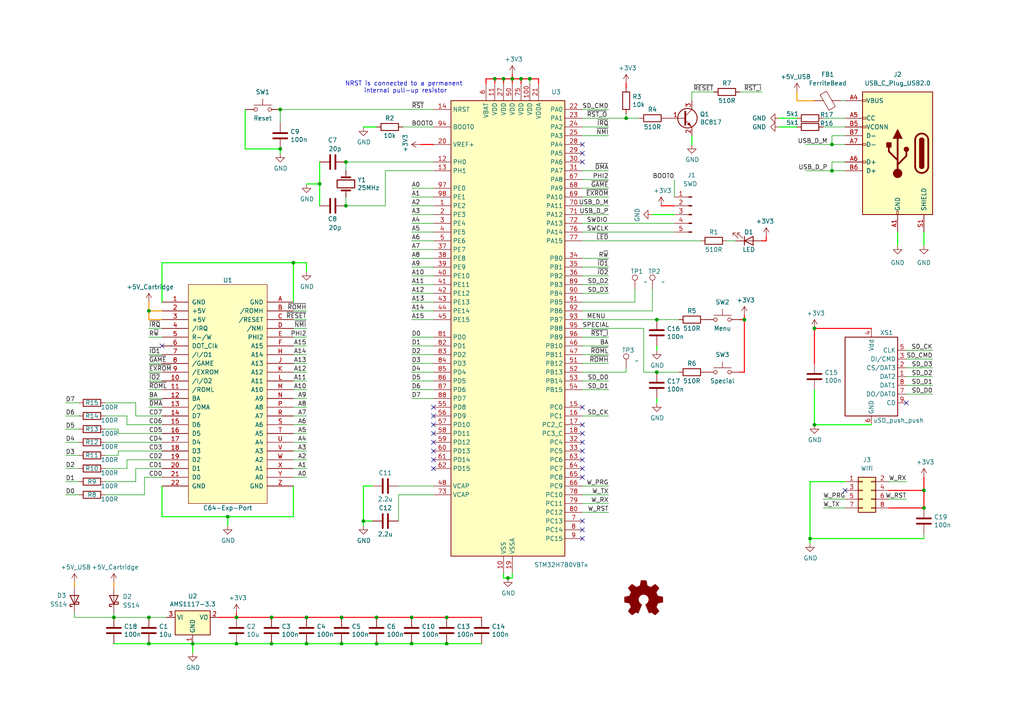
<source format=kicad_sch>
(kicad_sch (version 20231120) (generator "eeschema") (generator_version "8.0")
  (paper "A4")
  (title_block (title "Kung Fu Flash 2") (date "2023-12-26") (rev "1.1") (company "open hardware"))
  (junction (at 43.18 179.07))
  (junction (at 151.13 22.86))
  (junction (at 267.97 142.24))
  (junction (at 181.61 34.29))
  (junction (at 236.22 95.25))
  (junction (at 100.33 46.99))
  (junction (at 234.95 156.21))
  (junction (at 105.41 151.13))
  (junction (at 55.88 186.69))
  (junction (at 78.74 179.07))
  (junction (at 143.51 22.86))
  (junction (at 81.28 31.75))
  (junction (at 88.9 179.07))
  (junction (at 119.38 186.69))
  (junction (at 43.18 186.69))
  (junction (at 129.54 186.69))
  (junction (at 241.3 41.91))
  (junction (at 100.33 59.69))
  (junction (at 68.58 186.69))
  (junction (at 267.97 147.32))
  (junction (at 236.22 123.19))
  (junction (at 81.28 43.18))
  (junction (at 241.3 49.53))
  (junction (at 190.5 107.95))
  (junction (at 99.06 179.07))
  (junction (at 78.74 186.69))
  (junction (at 68.58 179.07))
  (junction (at 129.54 179.07))
  (junction (at 215.9 92.71))
  (junction (at 119.38 179.07))
  (junction (at 147.32 167.64))
  (junction (at 43.18 90.17))
  (junction (at 92.71 53.34))
  (junction (at 88.9 186.69))
  (junction (at 190.5 92.71))
  (junction (at 148.59 22.86))
  (junction (at 109.22 186.69))
  (junction (at 153.67 22.86))
  (junction (at 99.06 186.69))
  (junction (at 66.04 149.86))
  (junction (at 85.09 76.2))
  (junction (at 146.05 22.86))
  (junction (at 33.02 179.07))
  (junction (at 109.22 179.07))
  (no_connect (at 168.91 128.27))
  (no_connect (at 46.99 100.33))
  (no_connect (at 168.91 138.43))
  (no_connect (at 168.91 46.99))
  (no_connect (at 168.91 133.35))
  (no_connect (at 168.91 44.45))
  (no_connect (at 168.91 118.11))
  (no_connect (at 168.91 153.67))
  (no_connect (at 125.73 130.81))
  (no_connect (at 168.91 135.89))
  (no_connect (at 262.89 116.84))
  (no_connect (at 168.91 156.21))
  (no_connect (at 125.73 133.35))
  (no_connect (at 125.73 123.19))
  (no_connect (at 125.73 135.89))
  (no_connect (at 125.73 125.73))
  (no_connect (at 168.91 125.73))
  (no_connect (at 168.91 151.13))
  (no_connect (at 168.91 123.19))
  (no_connect (at 168.91 41.91))
  (no_connect (at 125.73 128.27))
  (no_connect (at 125.73 118.11))
  (no_connect (at 245.11 142.24))
  (no_connect (at 168.91 130.81))
  (no_connect (at 125.73 120.65))
  (wire (pts (xy 148.59 21.59) (xy 148.59 22.86)) (stroke (width 0.3) (color 255 0 0 1)))
  (wire (pts (xy 181.61 106.68) (xy 181.61 107.95)))
  (wire (pts (xy 119.38 62.23) (xy 125.73 62.23)))
  (wire (pts (xy 43.18 102.87) (xy 46.99 102.87)))
  (wire (pts (xy 88.9 110.49) (xy 85.09 110.49)))
  (wire (pts (xy 19.05 116.84) (xy 22.86 116.84)))
  (wire (pts (xy 215.9 92.71) (xy 215.9 107.95)) (stroke (width 0.3) (color 255 0 0 1)))
  (wire (pts (xy 36.83 123.19) (xy 46.99 123.19)))
  (wire (pts (xy 168.91 146.05) (xy 176.53 146.05)))
  (wire (pts (xy 168.91 97.79) (xy 176.53 97.79)))
  (wire (pts (xy 238.76 147.32) (xy 245.11 147.32)))
  (wire (pts (xy 236.22 113.03) (xy 236.22 123.19)) (stroke (width 0.3) (color 0 255 0 1)))
  (wire (pts (xy 100.33 59.69) (xy 100.33 57.15)))
  (wire (pts (xy 119.38 107.95) (xy 125.73 107.95)))
  (wire (pts (xy 33.02 177.8) (xy 33.02 179.07)))
  (wire (pts (xy 66.04 149.86) (xy 85.09 149.86)) (stroke (width 0.3) (color 0 255 0 1)))
  (wire (pts (xy 41.91 138.43) (xy 46.99 138.43)))
  (wire (pts (xy 92.71 46.99) (xy 92.71 53.34)) (stroke (width 0.3) (color 0 255 0 1)))
  (wire (pts (xy 78.74 186.69) (xy 88.9 186.69)) (stroke (width 0.3) (color 0 255 0 1)))
  (wire (pts (xy 39.37 139.7) (xy 30.48 139.7)))
  (wire (pts (xy 81.28 31.75) (xy 125.73 31.75)))
  (wire (pts (xy 46.99 140.97) (xy 46.99 149.86)) (stroke (width 0.3) (color 0 255 0 1)))
  (wire (pts (xy 88.9 95.25) (xy 85.09 95.25)))
  (wire (pts (xy 43.18 107.95) (xy 46.99 107.95)))
  (wire (pts (xy 30.48 124.46) (xy 34.29 124.46)))
  (wire (pts (xy 190.5 101.6) (xy 190.5 100.33)) (stroke (width 0.3) (color 0 255 0 1)))
  (wire (pts (xy 88.9 97.79) (xy 85.09 97.79)))
  (wire (pts (xy 241.3 46.99) (xy 241.3 49.53)))
  (wire (pts (xy 46.99 87.63) (xy 46.99 76.2)) (stroke (width 0.3) (color 0 255 0 1)))
  (wire (pts (xy 168.91 36.83) (xy 176.53 36.83)))
  (wire (pts (xy 186.69 107.95) (xy 190.5 107.95)))
  (wire (pts (xy 39.37 135.89) (xy 39.37 139.7)))
  (wire (pts (xy 245.11 36.83) (xy 238.76 36.83)))
  (wire (pts (xy 43.18 110.49) (xy 46.99 110.49)))
  (wire (pts (xy 34.29 132.08) (xy 34.29 130.81)))
  (wire (pts (xy 140.97 22.86) (xy 143.51 22.86)) (stroke (width 0.3) (color 255 0 0 1)))
  (wire (pts (xy 153.67 22.86) (xy 156.21 22.86)) (stroke (width 0.3) (color 255 0 0 1)))
  (wire (pts (xy 151.13 22.86) (xy 151.13 24.13)) (stroke (width 0.3) (color 255 0 0 1)))
  (wire (pts (xy 88.9 76.2) (xy 85.09 76.2)) (stroke (width 0.3) (color 0 255 0 1)))
  (wire (pts (xy 33.02 168.91) (xy 33.02 170.18)) (stroke (width 0.3) (color 255 153 0 1)))
  (wire (pts (xy 252.73 95.25) (xy 236.22 95.25)) (stroke (width 0.3) (color 255 0 0 1)))
  (wire (pts (xy 115.57 140.97) (xy 125.73 140.97)))
  (wire (pts (xy 119.38 54.61) (xy 125.73 54.61)))
  (wire (pts (xy 168.91 120.65) (xy 176.53 120.65)))
  (wire (pts (xy 21.59 179.07) (xy 21.59 177.8)))
  (wire (pts (xy 190.5 92.71) (xy 196.85 92.71)))
  (wire (pts (xy 214.63 26.67) (xy 220.98 26.67)))
  (wire (pts (xy 267.97 147.32) (xy 267.97 142.24)) (stroke (width 0.3) (color 255 0 0 1)))
  (wire (pts (xy 88.9 102.87) (xy 85.09 102.87)))
  (wire (pts (xy 115.57 143.51) (xy 115.57 151.13)))
  (wire (pts (xy 267.97 156.21) (xy 267.97 154.94)))
  (wire (pts (xy 238.76 144.78) (xy 245.11 144.78)))
  (wire (pts (xy 184.15 83.82) (xy 184.15 87.63)))
  (wire (pts (xy 168.91 80.01) (xy 176.53 80.01)))
  (wire (pts (xy 88.9 105.41) (xy 85.09 105.41)))
  (wire (pts (xy 234.95 156.21) (xy 267.97 156.21)) (stroke (width 0.3) (color 0 255 0 1)))
  (wire (pts (xy 19.05 128.27) (xy 22.86 128.27)))
  (wire (pts (xy 46.99 76.2) (xy 85.09 76.2)) (stroke (width 0.3) (color 0 255 0 1)))
  (wire (pts (xy 105.41 151.13) (xy 107.95 151.13)) (stroke (width 0.3) (color 0 255 0 1)))
  (wire (pts (xy 30.48 116.84) (xy 39.37 116.84)))
  (wire (pts (xy 241.3 41.91) (xy 233.68 41.91)))
  (wire (pts (xy 181.61 24.13) (xy 181.61 25.4)) (stroke (width 0.3) (color 255 0 0 1)))
  (wire (pts (xy 168.91 64.77) (xy 195.58 64.77)))
  (wire (pts (xy 88.9 90.17) (xy 85.09 90.17)))
  (wire (pts (xy 119.38 74.93) (xy 125.73 74.93)))
  (wire (pts (xy 43.18 115.57) (xy 46.99 115.57)))
  (wire (pts (xy 189.23 83.82) (xy 189.23 90.17)))
  (wire (pts (xy 36.83 133.35) (xy 36.83 135.89)))
  (wire (pts (xy 88.9 76.2) (xy 88.9 78.74)) (stroke (width 0.3) (color 0 255 0 1)))
  (wire (pts (xy 119.38 57.15) (xy 125.73 57.15)))
  (wire (pts (xy 71.12 31.75) (xy 71.12 43.18)) (stroke (width 0.3) (color 0 255 0 1)))
  (wire (pts (xy 34.29 125.73) (xy 46.99 125.73)))
  (wire (pts (xy 215.9 107.95) (xy 214.63 107.95)) (stroke (width 0.3) (color 255 0 0 1)))
  (wire (pts (xy 139.7 179.07) (xy 129.54 179.07)) (stroke (width 0.3) (color 255 0 0 1)))
  (wire (pts (xy 55.88 186.69) (xy 55.88 189.23)) (stroke (width 0.3) (color 0 255 0 1)))
  (wire (pts (xy 262.89 106.68) (xy 270.51 106.68)))
  (wire (pts (xy 39.37 120.65) (xy 46.99 120.65)))
  (wire (pts (xy 241.3 39.37) (xy 241.3 41.91)))
  (wire (pts (xy 88.9 53.34) (xy 92.71 53.34)) (stroke (width 0.3) (color 0 255 0 1)))
  (wire (pts (xy 88.9 179.07) (xy 78.74 179.07)) (stroke (width 0.3) (color 255 0 0 1)))
  (wire (pts (xy 88.9 123.19) (xy 85.09 123.19)))
  (wire (pts (xy 88.9 113.03) (xy 85.09 113.03)))
  (wire (pts (xy 100.33 59.69) (xy 111.76 59.69)))
  (wire (pts (xy 168.91 110.49) (xy 176.53 110.49)))
  (wire (pts (xy 146.05 22.86) (xy 148.59 22.86)) (stroke (width 0.3) (color 255 0 0 1)))
  (wire (pts (xy 168.91 148.59) (xy 176.53 148.59)))
  (wire (pts (xy 30.48 128.27) (xy 46.99 128.27)))
  (wire (pts (xy 119.38 64.77) (xy 125.73 64.77)))
  (wire (pts (xy 88.9 186.69) (xy 99.06 186.69)) (stroke (width 0.3) (color 0 255 0 1)))
  (wire (pts (xy 129.54 179.07) (xy 119.38 179.07)) (stroke (width 0.3) (color 255 0 0 1)))
  (wire (pts (xy 85.09 149.86) (xy 85.09 140.97)) (stroke (width 0.3) (color 0 255 0 1)))
  (wire (pts (xy 262.89 114.3) (xy 270.51 114.3)))
  (wire (pts (xy 168.91 74.93) (xy 176.53 74.93)))
  (wire (pts (xy 168.91 143.51) (xy 176.53 143.51)))
  (wire (pts (xy 92.71 53.34) (xy 92.71 59.69)) (stroke (width 0.3) (color 0 255 0 1)))
  (wire (pts (xy 184.15 87.63) (xy 168.91 87.63)))
  (wire (pts (xy 148.59 22.86) (xy 148.59 24.13)) (stroke (width 0.3) (color 255 0 0 1)))
  (wire (pts (xy 168.91 92.71) (xy 190.5 92.71)))
  (wire (pts (xy 121.92 41.91) (xy 125.73 41.91)) (stroke (width 0.3) (color 255 0 0 1)))
  (wire (pts (xy 119.38 97.79) (xy 125.73 97.79)))
  (wire (pts (xy 262.89 109.22) (xy 270.51 109.22)))
  (wire (pts (xy 119.38 59.69) (xy 125.73 59.69)))
  (wire (pts (xy 119.38 186.69) (xy 129.54 186.69)) (stroke (width 0.3) (color 0 255 0 1)))
  (wire (pts (xy 168.91 82.55) (xy 176.53 82.55)))
  (wire (pts (xy 105.41 36.83) (xy 109.22 36.83)) (stroke (width 0.3) (color 0 255 0 1)))
  (wire (pts (xy 36.83 133.35) (xy 46.99 133.35)))
  (wire (pts (xy 262.89 101.6) (xy 270.51 101.6)))
  (wire (pts (xy 236.22 95.25) (xy 236.22 105.41)) (stroke (width 0.3) (color 255 0 0 1)))
  (wire (pts (xy 109.22 186.69) (xy 119.38 186.69)) (stroke (width 0.3) (color 0 255 0 1)))
  (wire (pts (xy 168.91 100.33) (xy 176.53 100.33)))
  (wire (pts (xy 200.66 26.67) (xy 207.01 26.67)))
  (wire (pts (xy 190.5 107.95) (xy 196.85 107.95)))
  (wire (pts (xy 245.11 46.99) (xy 241.3 46.99)))
  (wire (pts (xy 234.95 139.7) (xy 234.95 156.21)) (stroke (width 0.3) (color 0 255 0 1)))
  (wire (pts (xy 195.58 52.07) (xy 195.58 57.15)))
  (wire (pts (xy 168.91 34.29) (xy 181.61 34.29)))
  (wire (pts (xy 245.11 29.21) (xy 243.84 29.21)))
  (wire (pts (xy 200.66 41.91) (xy 200.66 39.37)) (stroke (width 0.3) (color 0 255 0 1)))
  (wire (pts (xy 88.9 115.57) (xy 85.09 115.57)))
  (wire (pts (xy 215.9 91.44) (xy 215.9 92.71)) (stroke (width 0.3) (color 255 0 0 1)))
  (wire (pts (xy 30.48 120.65) (xy 36.83 120.65)))
  (wire (pts (xy 245.11 41.91) (xy 241.3 41.91)))
  (wire (pts (xy 109.22 179.07) (xy 99.06 179.07)) (stroke (width 0.3) (color 255 0 0 1)))
  (wire (pts (xy 100.33 46.99) (xy 125.73 46.99)))
  (wire (pts (xy 88.9 128.27) (xy 85.09 128.27)))
  (wire (pts (xy 119.38 110.49) (xy 125.73 110.49)))
  (wire (pts (xy 119.38 80.01) (xy 125.73 80.01)))
  (wire (pts (xy 19.05 135.89) (xy 22.86 135.89)))
  (wire (pts (xy 156.21 22.86) (xy 156.21 24.13)) (stroke (width 0.3) (color 255 0 0 1)))
  (wire (pts (xy 168.91 52.07) (xy 176.53 52.07)))
  (wire (pts (xy 119.38 77.47) (xy 125.73 77.47)))
  (wire (pts (xy 267.97 142.24) (xy 267.97 138.43)) (stroke (width 0.3) (color 255 0 0 1)))
  (wire (pts (xy 78.74 179.07) (xy 68.58 179.07)) (stroke (width 0.3) (color 255 0 0 1)))
  (wire (pts (xy 181.61 33.02) (xy 181.61 34.29)))
  (wire (pts (xy 88.9 120.65) (xy 85.09 120.65)))
  (wire (pts (xy 36.83 135.89) (xy 30.48 135.89)))
  (wire (pts (xy 168.91 140.97) (xy 176.53 140.97)))
  (wire (pts (xy 43.18 105.41) (xy 46.99 105.41)))
  (wire (pts (xy 39.37 135.89) (xy 46.99 135.89)))
  (wire (pts (xy 88.9 107.95) (xy 85.09 107.95)))
  (wire (pts (xy 88.9 138.43) (xy 85.09 138.43)))
  (wire (pts (xy 43.18 90.17) (xy 43.18 92.71)) (stroke (width 0.3) (color 255 153 0 1)))
  (wire (pts (xy 191.77 59.69) (xy 195.58 59.69)) (stroke (width 0.3) (color 255 0 0 1)))
  (wire (pts (xy 168.91 113.03) (xy 176.53 113.03)))
  (wire (pts (xy 200.66 26.67) (xy 200.66 29.21)))
  (wire (pts (xy 30.48 132.08) (xy 34.29 132.08)))
  (wire (pts (xy 34.29 124.46) (xy 34.29 125.73)))
  (wire (pts (xy 19.05 143.51) (xy 22.86 143.51)))
  (wire (pts (xy 33.02 179.07) (xy 43.18 179.07)))
  (wire (pts (xy 88.9 92.71) (xy 85.09 92.71)))
  (wire (pts (xy 21.59 168.91) (xy 21.59 170.18)) (stroke (width 0.3) (color 255 153 0 1)))
  (wire (pts (xy 189.23 90.17) (xy 168.91 90.17)))
  (wire (pts (xy 43.18 113.03) (xy 46.99 113.03)))
  (wire (pts (xy 222.25 69.85) (xy 220.98 69.85)) (stroke (width 0.3) (color 255 0 0 1)))
  (wire (pts (xy 119.38 85.09) (xy 125.73 85.09)))
  (wire (pts (xy 66.04 152.4) (xy 66.04 149.86)) (stroke (width 0.3) (color 0 255 0 1)))
  (wire (pts (xy 148.59 166.37) (xy 148.59 167.64)) (stroke (width 0.3) (color 0 255 0 1)))
  (wire (pts (xy 119.38 67.31) (xy 125.73 67.31)))
  (wire (pts (xy 176.53 62.23) (xy 168.91 62.23)))
  (wire (pts (xy 55.88 186.69) (xy 68.58 186.69)) (stroke (width 0.3) (color 0 255 0 1)))
  (wire (pts (xy 36.83 120.65) (xy 36.83 123.19)))
  (wire (pts (xy 236.22 29.21) (xy 231.14 29.21)) (stroke (width 0.3) (color 255 153 0 1)))
  (wire (pts (xy 231.14 36.83) (xy 226.06 36.83)) (stroke (width 0.3) (color 0 255 0 1)))
  (wire (pts (xy 46.99 149.86) (xy 66.04 149.86)) (stroke (width 0.3) (color 0 255 0 1)))
  (wire (pts (xy 147.32 167.64) (xy 148.59 167.64)) (stroke (width 0.3) (color 0 255 0 1)))
  (wire (pts (xy 43.18 186.69) (xy 55.88 186.69)) (stroke (width 0.3) (color 0 255 0 1)))
  (wire (pts (xy 81.28 35.56) (xy 81.28 31.75)))
  (wire (pts (xy 119.38 105.41) (xy 125.73 105.41)))
  (wire (pts (xy 245.11 39.37) (xy 241.3 39.37)))
  (wire (pts (xy 116.84 36.83) (xy 125.73 36.83)))
  (wire (pts (xy 168.91 67.31) (xy 195.58 67.31)))
  (wire (pts (xy 88.9 125.73) (xy 85.09 125.73)))
  (wire (pts (xy 140.97 22.86) (xy 140.97 24.13)) (stroke (width 0.3) (color 255 0 0 1)))
  (wire (pts (xy 241.3 49.53) (xy 233.68 49.53)))
  (wire (pts (xy 39.37 116.84) (xy 39.37 120.65)))
  (wire (pts (xy 119.38 69.85) (xy 125.73 69.85)))
  (wire (pts (xy 119.38 92.71) (xy 125.73 92.71)))
  (wire (pts (xy 176.53 54.61) (xy 168.91 54.61)))
  (wire (pts (xy 68.58 179.07) (xy 68.58 177.8)) (stroke (width 0.3) (color 255 0 0 1)))
  (wire (pts (xy 267.97 67.31) (xy 267.97 71.12)) (stroke (width 0.3) (color 0 255 0 1)))
  (wire (pts (xy 257.81 139.7) (xy 262.89 139.7)))
  (wire (pts (xy 214.63 92.71) (xy 215.9 92.71)) (stroke (width 0.3) (color 255 0 0 1)))
  (wire (pts (xy 257.81 142.24) (xy 267.97 142.24)) (stroke (width 0.3) (color 255 0 0 1)))
  (wire (pts (xy 33.02 186.69) (xy 43.18 186.69)) (stroke (width 0.3) (color 0 255 0 1)))
  (wire (pts (xy 119.38 90.17) (xy 125.73 90.17)))
  (wire (pts (xy 262.89 104.14) (xy 270.51 104.14)))
  (wire (pts (xy 168.91 31.75) (xy 176.53 31.75)))
  (wire (pts (xy 119.38 100.33) (xy 125.73 100.33)))
  (wire (pts (xy 21.59 179.07) (xy 33.02 179.07)))
  (wire (pts (xy 34.29 130.81) (xy 46.99 130.81)))
  (wire (pts (xy 71.12 43.18) (xy 81.28 43.18)) (stroke (width 0.3) (color 0 255 0 1)))
  (wire (pts (xy 119.38 115.57) (xy 125.73 115.57)))
  (wire (pts (xy 234.95 157.48) (xy 234.95 156.21)) (stroke (width 0.3) (color 0 255 0 1)))
  (wire (pts (xy 30.48 143.51) (xy 41.91 143.51)))
  (wire (pts (xy 262.89 111.76) (xy 270.51 111.76)))
  (wire (pts (xy 81.28 43.18) (xy 81.28 44.45)) (stroke (width 0.3) (color 0 255 0 1)))
  (wire (pts (xy 168.91 85.09) (xy 176.53 85.09)))
  (wire (pts (xy 99.06 186.69) (xy 109.22 186.69)) (stroke (width 0.3) (color 0 255 0 1)))
  (wire (pts (xy 176.53 57.15) (xy 168.91 57.15)))
  (wire (pts (xy 100.33 46.99) (xy 100.33 49.53)))
  (wire (pts (xy 231.14 34.29) (xy 226.06 34.29)) (stroke (width 0.3) (color 0 255 0 1)))
  (wire (pts (xy 143.51 22.86) (xy 146.05 22.86)) (stroke (width 0.3) (color 255 0 0 1)))
  (wire (pts (xy 99.06 179.07) (xy 88.9 179.07)) (stroke (width 0.3) (color 255 0 0 1)))
  (wire (pts (xy 119.38 87.63) (xy 125.73 87.63)))
  (wire (pts (xy 168.91 49.53) (xy 176.53 49.53)))
  (wire (pts (xy 245.11 34.29) (xy 238.76 34.29)))
  (wire (pts (xy 186.69 95.25) (xy 168.91 95.25)))
  (wire (pts (xy 43.18 95.25) (xy 46.99 95.25)))
  (wire (pts (xy 168.91 59.69) (xy 176.53 59.69)))
  (wire (pts (xy 151.13 22.86) (xy 153.67 22.86)) (stroke (width 0.3) (color 255 0 0 1)))
  (wire (pts (xy 111.76 49.53) (xy 125.73 49.53)))
  (wire (pts (xy 190.5 116.84) (xy 190.5 115.57)) (stroke (width 0.3) (color 0 255 0 1)))
  (wire (pts (xy 88.9 135.89) (xy 85.09 135.89)))
  (wire (pts (xy 43.18 118.11) (xy 46.99 118.11)))
  (wire (pts (xy 257.81 147.32) (xy 267.97 147.32)) (stroke (width 0.3) (color 255 0 0 1)))
  (wire (pts (xy 236.22 123.19) (xy 252.73 123.19)) (stroke (width 0.3) (color 0 255 0 1)))
  (wire (pts (xy 19.05 124.46) (xy 22.86 124.46)))
  (wire (pts (xy 146.05 167.64) (xy 147.32 167.64)) (stroke (width 0.3) (color 0 255 0 1)))
  (wire (pts (xy 168.91 69.85) (xy 203.2 69.85)))
  (wire (pts (xy 129.54 186.69) (xy 139.7 186.69)) (stroke (width 0.3) (color 0 255 0 1)))
  (wire (pts (xy 63.5 179.07) (xy 68.58 179.07)) (stroke (width 0.3) (color 255 0 0 1)))
  (wire (pts (xy 234.95 139.7) (xy 245.11 139.7)) (stroke (width 0.3) (color 0 255 0 1)))
  (wire (pts (xy 168.91 107.95) (xy 181.61 107.95)))
  (wire (pts (xy 119.38 179.07) (xy 109.22 179.07)) (stroke (width 0.3) (color 255 0 0 1)))
  (wire (pts (xy 111.76 49.53) (xy 111.76 59.69)))
  (wire (pts (xy 105.41 151.13) (xy 105.41 152.4)) (stroke (width 0.3) (color 0 255 0 1)))
  (wire (pts (xy 48.26 179.07) (xy 43.18 179.07)))
  (wire (pts (xy 222.25 68.58) (xy 222.25 69.85)) (stroke (width 0.3) (color 255 0 0 1)))
  (wire (pts (xy 119.38 82.55) (xy 125.73 82.55)))
  (wire (pts (xy 257.81 144.78) (xy 262.89 144.78)))
  (wire (pts (xy 245.11 49.53) (xy 241.3 49.53)))
  (wire (pts (xy 115.57 143.51) (xy 125.73 143.51)))
  (wire (pts (xy 153.67 22.86) (xy 153.67 24.13)))
  (wire (pts (xy 168.91 102.87) (xy 176.53 102.87)))
  (wire (pts (xy 148.59 22.86) (xy 151.13 22.86)) (stroke (width 0.3) (color 255 0 0 1)))
  (wire (pts (xy 119.38 72.39) (xy 125.73 72.39)))
  (wire (pts (xy 88.9 118.11) (xy 85.09 118.11)))
  (wire (pts (xy 260.35 67.31) (xy 260.35 71.12)) (stroke (width 0.3) (color 0 255 0 1)))
  (wire (pts (xy 88.9 100.33) (xy 85.09 100.33)))
  (wire (pts (xy 19.05 139.7) (xy 22.86 139.7)))
  (wire (pts (xy 68.58 186.69) (xy 78.74 186.69)) (stroke (width 0.3) (color 0 255 0 1)))
  (wire (pts (xy 107.95 140.97) (xy 105.41 140.97)) (stroke (width 0.3) (color 0 255 0 1)))
  (wire (pts (xy 189.23 62.23) (xy 195.58 62.23)) (stroke (width 0.3) (color 0 255 0 1)))
  (wire (pts (xy 19.05 132.08) (xy 22.86 132.08)))
  (wire (pts (xy 88.9 130.81) (xy 85.09 130.81)))
  (wire (pts (xy 146.05 22.86) (xy 146.05 24.13)) (stroke (width 0.3) (color 255 0 0 1)))
  (wire (pts (xy 43.18 87.63) (xy 43.18 90.17)) (stroke (width 0.3) (color 255 153 0 1)))
  (wire (pts (xy 119.38 113.03) (xy 125.73 113.03)))
  (wire (pts (xy 119.38 102.87) (xy 125.73 102.87)))
  (wire (pts (xy 46.99 92.71) (xy 43.18 92.71)) (stroke (width 0.3) (color 255 153 0 1)))
  (wire (pts (xy 168.91 77.47) (xy 176.53 77.47)))
  (wire (pts (xy 85.09 76.2) (xy 85.09 87.63)) (stroke (width 0.3) (color 0 255 0 1)))
  (wire (pts (xy 213.36 69.85) (xy 210.82 69.85)))
  (wire (pts (xy 19.05 120.65) (xy 22.86 120.65)))
  (wire (pts (xy 186.69 107.95) (xy 186.69 95.25)))
  (wire (pts (xy 181.61 34.29) (xy 185.42 34.29)))
  (wire (pts (xy 231.14 29.21) (xy 231.14 26.67)) (stroke (width 0.3) (color 255 153 0 1)))
  (wire (pts (xy 168.91 105.41) (xy 176.53 105.41)))
  (wire (pts (xy 168.91 39.37) (xy 176.53 39.37)))
  (wire (pts (xy 146.05 167.64) (xy 146.05 166.37)) (stroke (width 0.3) (color 0 255 0 1)))
  (wire (pts (xy 43.18 97.79) (xy 46.99 97.79)))
  (wire (pts (xy 105.41 140.97) (xy 105.41 151.13)) (stroke (width 0.3) (color 0 255 0 1)))
  (wire (pts (xy 88.9 133.35) (xy 85.09 133.35)))
  (wire (pts (xy 43.18 90.17) (xy 46.99 90.17)) (stroke (width 0.3) (color 255 153 0 1)))
  (wire (pts (xy 41.91 138.43) (xy 41.91 143.51)))
  (wire (pts (xy 143.51 22.86) (xy 143.51 24.13)) (stroke (width 0.3) (color 255 0 0 1)))
  (text "NRST is connected to a permanent \ninternal pull-up resistor" (at 117.602 25.4 0) (effects (font (size 1.27 1.27))))
  (label "A0" (at 88.9 138.43 180))
  (label "R~{W}" (at 43.18 97.79 0))
  (label "PHI2" (at 176.53 52.07 180))
  (label "~{NMI}" (at 88.9 95.25 180))
  (label "SD_D3" (at 270.51 106.68 180))
  (label "A4" (at 88.9 128.27 180))
  (label "SD_CK" (at 176.53 120.65 180))
  (label "~{ROML}" (at 176.53 102.87 180))
  (label "D6" (at 19.05 120.65 0))
  (label "D0" (at 119.38 97.79 0))
  (label "W_RST" (at 262.89 144.78 180))
  (label "~{EXROM}" (at 43.18 107.95 0))
  (label "CD1" (at 43.18 135.89 0))
  (label "~{DMA}" (at 176.53 49.53 180))
  (label "SD_D2" (at 270.51 109.22 180))
  (label "~{IO1}" (at 176.53 77.47 180))
  (label "~{RST_O}" (at 170.18 34.29 0))
  (label "CD7" (at 43.18 120.65 0))
  (label "~{IRQ}" (at 43.18 95.25 0))
  (label "D5" (at 119.38 110.49 0))
  (label "~{GAME}" (at 176.53 54.61 180))
  (label "D4" (at 119.38 107.95 0))
  (label "A1" (at 119.38 57.15 0))
  (label "~{EXROM}" (at 176.53 57.15 180))
  (label "A11" (at 88.9 110.49 180))
  (label "A2" (at 119.38 59.69 0))
  (label "A2" (at 88.9 133.35 180))
  (label "SD_D3" (at 176.53 85.09 180))
  (label "D3" (at 119.38 105.41 0))
  (label "CD4" (at 43.18 128.27 0))
  (label "~{NMI}" (at 176.53 39.37 180))
  (label "SD_CK" (at 270.51 101.6 180))
  (label "BOOT0" (at 119.38 36.83 0))
  (label "D1" (at 19.05 139.7 0))
  (label "SD_CMD" (at 176.53 31.75 180))
  (label "D1" (at 119.38 100.33 0))
  (label "MENU" (at 170.18 92.71 0))
  (label "A3" (at 88.9 130.81 180))
  (label "A9" (at 119.38 77.47 0))
  (label "A6" (at 119.38 69.85 0))
  (label "A10" (at 88.9 113.03 180))
  (label "~{RST_I}" (at 220.98 26.67 180))
  (label "A5" (at 119.38 67.31 0))
  (label "CD0" (at 43.18 138.43 0))
  (label "A12" (at 119.38 85.09 0))
  (label "W_PRG" (at 176.53 140.97 180))
  (label "A12" (at 88.9 107.95 180))
  (label "~{GAME}" (at 43.18 105.41 0))
  (label "~{RESET}" (at 207.01 26.67 180))
  (label "A8" (at 88.9 118.11 180))
  (label "~{RST}" (at 119.38 31.75 0))
  (label "D6" (at 119.38 113.03 0))
  (label "~{LED}" (at 176.53 69.85 180))
  (label "A10" (at 119.38 80.01 0))
  (label "USB_D_M" (at 240.03 41.91 180))
  (label "SD_D1" (at 270.51 111.76 180))
  (label "A6" (at 88.9 123.19 180))
  (label "W_RST" (at 176.53 148.59 180))
  (label "W_RX" (at 176.53 146.05 180))
  (label "CD3" (at 43.18 130.81 0))
  (label "A5" (at 88.9 125.73 180))
  (label "D5" (at 19.05 124.46 0))
  (label "A1" (at 88.9 135.89 180))
  (label "A3" (at 119.38 62.23 0))
  (label "W_TX" (at 238.76 147.32 0))
  (label "A4" (at 119.38 64.77 0))
  (label "D2" (at 19.05 135.89 0))
  (label "CD5" (at 43.18 125.73 0))
  (label "D3" (at 19.05 132.08 0))
  (label "~{IO2}" (at 176.53 80.01 180))
  (label "BA" (at 176.53 100.33 180))
  (label "A13" (at 119.38 87.63 0))
  (label "~{IRQ}" (at 176.53 36.83 180))
  (label "~{ROMH}" (at 176.53 105.41 180))
  (label "USB_D_M" (at 176.53 59.69 180))
  (label "D4" (at 19.05 128.27 0))
  (label "~{IO1}" (at 43.18 102.87 0))
  (label "A14" (at 88.9 102.87 180))
  (label "A13" (at 88.9 105.41 180))
  (label "SD_CMD" (at 270.51 104.14 180))
  (label "SD_D0" (at 270.51 114.3 180))
  (label "A15" (at 119.38 92.71 0))
  (label "D0" (at 19.05 143.51 0))
  (label "SWDIO" (at 170.18 64.77 0))
  (label "D7" (at 119.38 115.57 0))
  (label "BA" (at 43.18 115.57 0))
  (label "~{RESET}" (at 88.9 92.71 180))
  (label "D2" (at 119.38 102.87 0))
  (label "SWCLK" (at 170.18 67.31 0))
  (label "SD_D2" (at 176.53 82.55 180))
  (label "SD_D0" (at 176.53 110.49 180))
  (label "A7" (at 88.9 120.65 180))
  (label "A11" (at 119.38 82.55 0))
  (label "A15" (at 88.9 100.33 180))
  (label "SPECIAL" (at 168.91 95.25 0))
  (label "A8" (at 119.38 74.93 0))
  (label "SD_D1" (at 176.53 113.03 180))
  (label "A7" (at 119.38 72.39 0))
  (label "~{IO2}" (at 43.18 110.49 0))
  (label "USB_D_P" (at 240.03 49.53 180))
  (label "A9" (at 88.9 115.57 180))
  (label "~{ROMH}" (at 88.9 90.17 180))
  (label "A0" (at 119.38 54.61 0))
  (label "~{ROML}" (at 43.18 113.03 0))
  (label "USB_D_P" (at 176.53 62.23 180))
  (label "PHI2" (at 88.9 97.79 180))
  (label "W_PRG" (at 238.76 144.78 0))
  (label "BOOT0" (at 195.58 52.07 180))
  (label "~{RST_I}" (at 176.53 97.79 180))
  (label "~{DMA}" (at 43.18 118.11 0))
  (label "CD6" (at 43.18 123.19 0))
  (label "CD2" (at 43.18 133.35 0))
  (label "W_RX" (at 262.89 139.7 180))
  (label "D7" (at 19.05 116.84 0))
  (label "A14" (at 119.38 90.17 0))
  (label "W_TX" (at 176.53 143.51 180))
  (label "R~{W}" (at 176.53 74.93 180))
  (symbol (lib_id "MCU_ST_STM32H7:STM32H7B0VBTx") (at 146.05 95.25 0) (unit 1)
    (property "Reference" "U3" (at 161.29 26.67 0))
    (property "Value" "STM32H7B0VBTx" (at 154.94 163.83 0) (effects (justify left)))
    (property "Footprint" "Package_QFP:LQFP-100_14x14mm_P0.5mm" (effects (hide yes)))
    (property "Datasheet" "https://www.st.com/resource/en/datasheet/stm32h7b0vb.pdf" (effects (hide yes)))
    (property "LCSC" "C730227" (effects (hide yes)))
  )
  (symbol (lib_id "KungFuFlash2:C64-Exp-Port-C64-Exp-Port") (at 66.04 114.3 0) (unit 1) (in_bom no)
    (property "Reference" "U1" (at 66.04 81.28 0))
    (property "Value" "C64-Exp-Port" (at 66.04 147.32 0))
    (property "Footprint" "KungFuFlash2:C64-Cart" (effects (hide yes)))
    (property "Datasheet" "DOCUMENTATION" (effects (hide yes)))
  )
  (symbol (lib_id "power:GND") (at 88.9 78.74 0) (unit 1)
    (property "Reference" "#PWR0101" (effects (hide yes)))
    (property "Value" "GND" (at 89.027 83.1342 0))
  )
  (symbol (lib_id "power:GND") (at 66.04 152.4 0) (unit 1)
    (property "Reference" "#PWR0102" (effects (hide yes)))
    (property "Value" "GND" (at 66.167 156.7942 0))
  )
  (symbol (lib_id "KungFuFlash2:SD_ebay-uSD-push_push_SMD") (at 254 109.22 0) (unit 1)
    (property "Reference" "XS1" (at 259.08 96.52 0) (effects (justify right)))
    (property "Value" "uSD_push_push" (at 267.97 121.92 0) (effects (justify right)))
    (property "Footprint" "KungFuFlash2:Conn_uSDcard" (effects (hide yes)))
    (property "Datasheet" "_" (effects (hide yes)))
    (property "Manf#" "_" (effects (hide yes)))
    (property "Manf" "ebay" (effects (hide yes)))
  )
  (symbol (lib_id "Switch:SW_Push") (at 209.55 92.71 0) (mirror y) (unit 1)
    (property "Reference" "SW2" (at 209.55 87.63 0))
    (property "Value" "Menu" (at 209.55 95.25 0))
    (property "Footprint" "Button_Switch_THT:SW_PUSH_6mm_H8mm" (effects (hide yes)))
    (property "LCSC" "C285486" (effects (hide yes)))
  )
  (symbol (lib_id "power:+3V3") (at 68.58 177.8 0) (unit 1)
    (property "Reference" "#PWR0114" (effects (hide yes)))
    (property "Value" "+3V3" (at 68.961 173.4058 0))
  )
  (symbol (lib_id "Switch:SW_Push") (at 209.55 107.95 0) (mirror y) (unit 1)
    (property "Reference" "SW3" (at 209.55 102.87 0))
    (property "Value" "Special" (at 209.55 110.49 0))
    (property "Footprint" "Button_Switch_THT:SW_PUSH_6mm_H8mm" (effects (hide yes)))
    (property "LCSC" "C285486" (effects (hide yes)))
  )
  (symbol (lib_id "Device:R") (at 200.66 92.71 270) (unit 1)
    (property "Reference" "R5" (at 200.66 90.17 90))
    (property "Value" "510R" (at 200.66 95.25 90))
    (property "Footprint" "Resistor_SMD:R_0805_2012Metric_Pad1.20x1.40mm_HandSolder" (effects (hide yes)))
    (property "LCSC" "C17734" (effects (hide yes)))
  )
  (symbol (lib_id "Device:R") (at 200.66 107.95 270) (unit 1)
    (property "Reference" "R6" (at 200.66 105.41 90))
    (property "Value" "510R" (at 200.66 110.49 90))
    (property "Footprint" "Resistor_SMD:R_0805_2012Metric_Pad1.20x1.40mm_HandSolder" (effects (hide yes)))
    (property "LCSC" "C17734" (effects (hide yes)))
  )
  (symbol (lib_id "power:+3V3") (at 215.9 91.44 0) (unit 1)
    (property "Reference" "#PWR0103" (effects (hide yes)))
    (property "Value" "+3V3" (at 216.281 87.0458 0))
  )
  (symbol (lib_id "Device:R") (at 181.61 29.21 0) (unit 1)
    (property "Reference" "R3" (at 183.388 28.0416 0) (effects (justify left)))
    (property "Value" "10k" (at 183.388 30.353 0) (effects (justify left)))
    (property "Footprint" "Resistor_SMD:R_0805_2012Metric_Pad1.20x1.40mm_HandSolder" (effects (hide yes)))
    (property "LCSC" "C17414" (effects (hide yes)))
  )
  (symbol (lib_id "Device:R") (at 189.23 34.29 270) (unit 1)
    (property "Reference" "R4" (at 189.23 31.75 90))
    (property "Value" "510R" (at 189.23 36.83 90))
    (property "Footprint" "Resistor_SMD:R_0805_2012Metric_Pad1.20x1.40mm_HandSolder" (effects (hide yes)))
    (property "LCSC" "C17734" (effects (hide yes)))
  )
  (symbol (lib_id "Transistor_BJT:BC817") (at 198.12 34.29 0) (unit 1)
    (property "Reference" "Q1" (at 202.9714 33.1216 0) (effects (justify left)))
    (property "Value" "BC817" (at 202.9714 35.433 0) (effects (justify left)))
    (property "Footprint" "Package_TO_SOT_SMD:SOT-23" (effects (hide yes)))
    (property "Datasheet" "https://www.onsemi.com/pub/Collateral/BC818-D.pdf" (effects (hide yes)))
    (property "LCSC" "C52801" (effects (hide yes)))
  )
  (symbol (lib_id "power:GND") (at 200.66 41.91 0) (unit 1)
    (property "Reference" "#PWR0104" (effects (hide yes)))
    (property "Value" "GND" (at 200.787 46.3042 0))
  )
  (symbol (lib_id "power:+3V3") (at 181.61 24.13 0) (unit 1)
    (property "Reference" "#PWR0105" (effects (hide yes)))
    (property "Value" "+3V3" (at 181.991 19.7358 0))
  )
  (symbol (lib_id "power:+5V") (at 43.18 87.63 0) (unit 1)
    (property "Reference" "#PWR0108" (effects (hide yes)))
    (property "Value" "+5V_Cartridge" (at 43.561 83.2358 0))
  )
  (symbol (lib_id "Device:R") (at 113.03 36.83 270) (unit 1)
    (property "Reference" "R2" (at 113.03 34.29 90))
    (property "Value" "10k" (at 113.03 39.37 90))
    (property "Footprint" "Resistor_SMD:R_0805_2012Metric_Pad1.20x1.40mm_HandSolder" (effects (hide yes)))
    (property "LCSC" "C17414" (effects (hide yes)))
  )
  (symbol (lib_id "power:GND") (at 105.41 36.83 0) (unit 1)
    (property "Reference" "#PWR0109" (effects (hide yes)))
    (property "Value" "GND" (at 105.537 41.2242 0))
  )
  (symbol (lib_id "Device:Crystal") (at 100.33 53.34 270) (unit 1)
    (property "Reference" "Y1" (at 103.6574 52.1716 90) (effects (justify left)))
    (property "Value" "25MHz" (at 103.6574 54.483 90) (effects (justify left)))
    (property "Footprint" "Crystal:Crystal_SMD_5032-2Pin_5.0x3.2mm" (effects (hide yes)))
    (property "LCSC" "C251592" (effects (hide yes)))
  )
  (symbol (lib_id "Device:C") (at 96.52 46.99 90) (unit 1)
    (property "Reference" "C7" (at 97.79 40.64 90) (effects (justify left)))
    (property "Value" "20p" (at 99.06 43.18 90) (effects (justify left)))
    (property "Footprint" "Capacitor_SMD:C_0603_1608Metric_Pad1.08x0.95mm_HandSolder" (effects (hide yes)))
    (property "LCSC" "C105621" (effects (hide yes)))
  )
  (symbol (lib_id "Device:C") (at 96.52 59.69 90) (unit 1)
    (property "Reference" "C8" (at 97.79 63.5 90) (effects (justify left)))
    (property "Value" "20p" (at 99.06 66.04 90) (effects (justify left)))
    (property "Footprint" "Capacitor_SMD:C_0603_1608Metric_Pad1.08x0.95mm_HandSolder" (effects (hide yes)))
    (property "LCSC" "C105621" (effects (hide yes)))
  )
  (symbol (lib_id "power:GND") (at 88.9 53.34 0) (unit 1)
    (property "Reference" "#PWR0110" (effects (hide yes)))
    (property "Value" "GND" (at 89.027 57.7342 0))
  )
  (symbol (lib_id "Connector:Conn_01x05_Pin") (at 200.66 62.23 0) (mirror y) (unit 1)
    (property "Reference" "J1" (at 199.39 50.8 0) (effects (justify right)))
    (property "Value" "SWD" (at 198.12 53.34 0) (effects (justify right)))
    (property "Footprint" "Connector_PinHeader_2.54mm:PinHeader_1x05_P2.54mm_Vertical" (effects (hide yes)))
    (property "LCSC" "C492404" (effects (hide yes)))
  )
  (symbol (lib_id "power:+3V3") (at 191.77 59.69 0) (unit 1)
    (property "Reference" "#PWR0111" (effects (hide yes)))
    (property "Value" "+3V3" (at 192.151 55.2958 0))
  )
  (symbol (lib_id "power:GND") (at 189.23 62.23 270) (unit 1)
    (property "Reference" "#PWR0112" (effects (hide yes)))
    (property "Value" "GND" (at 184.8358 62.357 0))
  )
  (symbol (lib_id "Device:R") (at 207.01 69.85 90) (mirror x) (unit 1)
    (property "Reference" "R1" (at 207.01 67.31 90))
    (property "Value" "510R" (at 207.01 72.39 90))
    (property "Footprint" "Resistor_SMD:R_0805_2012Metric_Pad1.20x1.40mm_HandSolder" (effects (hide yes)))
    (property "LCSC" "C17734" (effects (hide yes)))
  )
  (symbol (lib_id "Device:LED") (at 217.17 69.85 0) (mirror x) (unit 1)
    (property "Reference" "D1" (at 217.17 67.31 0))
    (property "Value" "LED" (at 217.17 72.39 0))
    (property "Footprint" "LED_SMD:LED_0805_2012Metric_Pad1.15x1.40mm_HandSolder" (effects (hide yes)))
    (property "LCSC" "C84256" (effects (hide yes)))
  )
  (symbol (lib_id "power:+3V3") (at 222.25 68.58 0) (mirror y) (unit 1)
    (property "Reference" "#PWR0113" (effects (hide yes)))
    (property "Value" "+3V3" (at 221.869 64.1858 0))
  )
  (symbol (lib_id "Device:C") (at 190.5 111.76 0) (unit 1)
    (property "Reference" "C17" (at 193.421 110.5916 0) (effects (justify left)))
    (property "Value" "100n" (at 193.421 112.903 0) (effects (justify left)))
    (property "Footprint" "Capacitor_SMD:C_0603_1608Metric_Pad1.08x0.95mm_HandSolder" (effects (hide yes)))
    (property "LCSC" "C38898" (effects (hide yes)))
  )
  (symbol (lib_id "Device:C") (at 190.5 96.52 0) (unit 1)
    (property "Reference" "C16" (at 193.421 95.3516 0) (effects (justify left)))
    (property "Value" "100n" (at 193.421 97.663 0) (effects (justify left)))
    (property "Footprint" "Capacitor_SMD:C_0603_1608Metric_Pad1.08x0.95mm_HandSolder" (effects (hide yes)))
    (property "LCSC" "C38898" (effects (hide yes)))
  )
  (symbol (lib_id "power:GND") (at 190.5 116.84 0) (unit 1)
    (property "Reference" "#PWR0124" (effects (hide yes)))
    (property "Value" "GND" (at 190.627 121.2342 0))
  )
  (symbol (lib_id "power:GND") (at 190.5 101.6 0) (unit 1)
    (property "Reference" "#PWR0125" (effects (hide yes)))
    (property "Value" "GND" (at 190.627 105.9942 0))
  )
  (symbol (lib_id "power:GND") (at 236.22 123.19 0) (unit 1)
    (property "Reference" "#PWR0115" (effects (hide yes)))
    (property "Value" "GND" (at 236.347 127.5842 0))
  )
  (symbol (lib_id "power:+3V3") (at 236.22 95.25 0) (unit 1)
    (property "Reference" "#PWR0116" (effects (hide yes)))
    (property "Value" "+3V3" (at 236.601 90.8558 0))
  )
  (symbol (lib_id "Device:C") (at 236.22 109.22 0) (unit 1)
    (property "Reference" "C15" (at 239.141 108.0516 0) (effects (justify left)))
    (property "Value" "100n" (at 239.141 110.363 0) (effects (justify left)))
    (property "Footprint" "Capacitor_SMD:C_0603_1608Metric_Pad1.08x0.95mm_HandSolder" (effects (hide yes)))
    (property "LCSC" "C38898" (effects (hide yes)))
  )
  (symbol (lib_id "Regulator_Linear:AMS1117-3.3") (at 55.88 179.07 0) (unit 1)
    (property "Reference" "U2" (at 55.88 172.9232 0))
    (property "Value" "AMS1117-3.3" (at 55.88 175.2346 0))
    (property "Footprint" "Package_TO_SOT_SMD:SOT-223-3_TabPin2" (effects (hide yes)))
    (property "Datasheet" "http://www.advanced-monolithic.com/pdf/ds1117.pdf" (effects (hide yes)))
    (property "LCSC" "C347222" (effects (hide yes)))
  )
  (symbol (lib_id "Device:C") (at 43.18 182.88 0) (unit 1)
    (property "Reference" "C1" (at 46.101 181.7116 0) (effects (justify left)))
    (property "Value" "10u" (at 46.101 184.023 0) (effects (justify left)))
    (property "Footprint" "Capacitor_SMD:C_0805_2012Metric_Pad1.18x1.45mm_HandSolder" (effects (hide yes)))
    (property "LCSC" "C19702" (effects (hide yes)))
  )
  (symbol (lib_id "Device:C") (at 68.58 182.88 0) (unit 1)
    (property "Reference" "C2" (at 71.501 181.7116 0) (effects (justify left)))
    (property "Value" "10u" (at 71.501 184.023 0) (effects (justify left)))
    (property "Footprint" "Capacitor_SMD:C_0805_2012Metric_Pad1.18x1.45mm_HandSolder" (effects (hide yes)))
    (property "LCSC" "C19702" (effects (hide yes)))
  )
  (symbol (lib_id "power:GND") (at 55.88 189.23 0) (unit 1)
    (property "Reference" "#PWR0117" (effects (hide yes)))
    (property "Value" "GND" (at 56.007 193.6242 0))
  )
  (symbol (lib_id "power:+5C") (at 21.59 168.91 0) (unit 1)
    (property "Reference" "#PWR0119" (effects (hide yes)))
    (property "Value" "+5V_USB" (at 21.971 164.5158 0))
  )
  (symbol (lib_id "Device:C") (at 111.76 140.97 90) (unit 1)
    (property "Reference" "C11" (at 111.76 137.16 90))
    (property "Value" "2.2u" (at 111.76 144.78 90))
    (property "Footprint" "Capacitor_SMD:C_0805_2012Metric_Pad1.18x1.45mm_HandSolder" (effects (hide yes)))
    (property "LCSC" "C19110" (effects (hide yes)))
  )
  (symbol (lib_id "Device:C") (at 111.76 151.13 270) (unit 1)
    (property "Reference" "C12" (at 111.76 147.32 90))
    (property "Value" "2.2u" (at 111.76 154.94 90))
    (property "Footprint" "Capacitor_SMD:C_0805_2012Metric_Pad1.18x1.45mm_HandSolder" (effects (hide yes)))
    (property "LCSC" "C19110" (effects (hide yes)))
  )
  (symbol (lib_id "power:GND") (at 105.41 152.4 0) (unit 1)
    (property "Reference" "#PWR0120" (effects (hide yes)))
    (property "Value" "GND" (at 105.537 156.7942 0))
  )
  (symbol (lib_id "power:+3V3") (at 148.59 21.59 0) (unit 1)
    (property "Reference" "#PWR0121" (effects (hide yes)))
    (property "Value" "+3V3" (at 148.971 17.1958 0))
  )
  (symbol (lib_id "power:GND") (at 147.32 167.64 0) (unit 1)
    (property "Reference" "#PWR0122" (effects (hide yes)))
    (property "Value" "GND" (at 147.447 172.0342 0))
  )
  (symbol (lib_id "Switch:SW_Push") (at 76.2 31.75 0) (unit 1)
    (property "Reference" "SW1" (at 76.2 26.67 0))
    (property "Value" "Reset" (at 76.2 34.29 0))
    (property "Footprint" "Button_Switch_THT:SW_PUSH_6mm_H8mm" (effects (hide yes)))
    (property "LCSC" "C285486" (effects (hide yes)))
  )
  (symbol (lib_id "Device:C") (at 81.28 39.37 0) (unit 1)
    (property "Reference" "C9" (at 84.201 38.2016 0) (effects (justify left)))
    (property "Value" "100n" (at 84.201 40.513 0) (effects (justify left)))
    (property "Footprint" "Capacitor_SMD:C_0603_1608Metric_Pad1.08x0.95mm_HandSolder" (effects (hide yes)))
    (property "LCSC" "C38898" (effects (hide yes)))
  )
  (symbol (lib_id "power:GND") (at 81.28 44.45 0) (unit 1)
    (property "Reference" "#PWR0123" (effects (hide yes)))
    (property "Value" "GND" (at 81.407 48.8442 0))
  )
  (symbol (lib_id "Graphic:Logo_Open_Hardware_Small") (at 186.69 173.99 0) (unit 1) (exclude_from_sim yes)
    (property "Reference" "#LOGO1" (effects (hide yes)))
    (property "Value" "Logo_Open_Hardware_Small" (effects (hide yes)))
  )
  (symbol (lib_id "Device:C") (at 78.74 182.88 0) (unit 1)
    (property "Reference" "C3" (at 81.661 181.7116 0) (effects (justify left)))
    (property "Value" "100n" (at 81.661 184.023 0) (effects (justify left)))
    (property "Footprint" "Capacitor_SMD:C_0603_1608Metric_Pad1.08x0.95mm_HandSolder" (effects (hide yes)))
    (property "LCSC" "C38898" (effects (hide yes)))
  )
  (symbol (lib_id "Device:C") (at 88.9 182.88 0) (unit 1)
    (property "Reference" "C4" (at 91.821 181.7116 0) (effects (justify left)))
    (property "Value" "100n" (at 91.821 184.023 0) (effects (justify left)))
    (property "Footprint" "Capacitor_SMD:C_0603_1608Metric_Pad1.08x0.95mm_HandSolder" (effects (hide yes)))
    (property "LCSC" "C38898" (effects (hide yes)))
  )
  (symbol (lib_id "Device:C") (at 99.06 182.88 0) (unit 1)
    (property "Reference" "C5" (at 101.981 181.7116 0) (effects (justify left)))
    (property "Value" "100n" (at 101.981 184.023 0) (effects (justify left)))
    (property "Footprint" "Capacitor_SMD:C_0603_1608Metric_Pad1.08x0.95mm_HandSolder" (effects (hide yes)))
    (property "LCSC" "C38898" (effects (hide yes)))
  )
  (symbol (lib_id "Device:C") (at 109.22 182.88 0) (unit 1)
    (property "Reference" "C6" (at 112.141 181.7116 0) (effects (justify left)))
    (property "Value" "100n" (at 112.141 184.023 0) (effects (justify left)))
    (property "Footprint" "Capacitor_SMD:C_0603_1608Metric_Pad1.08x0.95mm_HandSolder" (effects (hide yes)))
    (property "LCSC" "C38898" (effects (hide yes)))
  )
  (symbol (lib_id "Device:C") (at 119.38 182.88 0) (unit 1)
    (property "Reference" "C10" (at 122.301 181.7116 0) (effects (justify left)))
    (property "Value" "100n" (at 122.301 184.023 0) (effects (justify left)))
    (property "Footprint" "Capacitor_SMD:C_0603_1608Metric_Pad1.08x0.95mm_HandSolder" (effects (hide yes)))
    (property "LCSC" "C38898" (effects (hide yes)))
  )
  (symbol (lib_id "Device:C") (at 129.54 182.88 0) (unit 1)
    (property "Reference" "C13" (at 132.461 181.7116 0) (effects (justify left)))
    (property "Value" "100n" (at 132.461 184.023 0) (effects (justify left)))
    (property "Footprint" "Capacitor_SMD:C_0603_1608Metric_Pad1.08x0.95mm_HandSolder" (effects (hide yes)))
    (property "LCSC" "C38898" (effects (hide yes)))
  )
  (symbol (lib_id "Device:C") (at 139.7 182.88 0) (unit 1)
    (property "Reference" "C14" (at 142.621 181.7116 0) (effects (justify left)))
    (property "Value" "100n" (at 142.621 184.023 0) (effects (justify left)))
    (property "Footprint" "Capacitor_SMD:C_0603_1608Metric_Pad1.08x0.95mm_HandSolder" (effects (hide yes)))
    (property "LCSC" "C38898" (effects (hide yes)))
  )
  (symbol (lib_id "power:+5V") (at 33.02 168.91 0) (unit 1)
    (property "Reference" "#PWR04" (effects (hide yes)))
    (property "Value" "+5V_Cartridge" (at 33.401 164.5158 0))
  )
  (symbol (lib_id "Connector:TestPoint") (at 181.61 106.68 0) (unit 1)
    (property "Reference" "TP3" (at 180.34 101.6 0) (effects (justify left)))
    (property "Value" "~" (at 184.15 104.648 0) (effects (justify left)))
    (property "Footprint" "TestPoint:TestPoint_Pad_1.0x1.0mm" (effects (hide yes)))
  )
  (symbol (lib_id "Connector:TestPoint") (at 189.23 83.82 0) (unit 1)
    (property "Reference" "TP2" (at 187.96 78.74 0) (effects (justify left)))
    (property "Value" "~" (at 191.77 81.788 0) (effects (justify left)))
    (property "Footprint" "TestPoint:TestPoint_Pad_1.0x1.0mm" (effects (hide yes)))
  )
  (symbol (lib_id "Device:R") (at 234.95 34.29 270) (mirror x) (unit 1)
    (property "Reference" "R17" (at 239.776 33.274 90))
    (property "Value" "5k1" (at 229.87 33.02 90))
    (property "Footprint" "Resistor_SMD:R_0805_2012Metric_Pad1.20x1.40mm_HandSolder" (effects (hide yes)))
    (property "Description" "Resistor" (effects (hide yes)))
    (property "LCSC" "C27834" (effects (hide yes)))
  )
  (symbol (lib_id "power:+3V3") (at 121.92 41.91 90) (unit 1)
    (property "Reference" "#PWR01" (effects (hide yes)))
    (property "Value" "+3V3" (at 117.5258 41.529 0))
  )
  (symbol (lib_id "Device:R") (at 26.67 116.84 270) (unit 1)
    (property "Reference" "R15" (at 26.67 116.84 90))
    (property "Value" "100R" (at 31.75 118.11 90))
    (property "Footprint" "Resistor_SMD:R_0805_2012Metric_Pad1.20x1.40mm_HandSolder" (effects (hide yes)))
    (property "LCSC" "C17408" (effects (hide yes)))
  )
  (symbol (lib_id "power:GND") (at 267.97 71.12 0) (mirror y) (unit 1)
    (property "Reference" "#PWR09" (effects (hide yes)))
    (property "Value" "GND" (at 267.97 76.2 0))
    (property "Description" "Power symbol creates a global label with name \"GND\" , ground" (effects (hide yes)))
  )
  (symbol (lib_id "Device:D_Schottky") (at 33.02 173.99 90) (unit 1)
    (property "Reference" "D2" (at 35.56 173.0375 90) (effects (justify right)))
    (property "Value" "SS14" (at 35.56 175.5775 90) (effects (justify right)))
    (property "Footprint" "Diode_SMD:D_SMA_Handsoldering" (effects (hide yes)))
    (property "LCSC" "C2480" (effects (hide yes)))
  )
  (symbol (lib_id "Device:R") (at 26.67 139.7 270) (unit 1)
    (property "Reference" "R9" (at 26.67 139.7 90))
    (property "Value" "100R" (at 31.75 140.97 90))
    (property "Footprint" "Resistor_SMD:R_0805_2012Metric_Pad1.20x1.40mm_HandSolder" (effects (hide yes)))
    (property "LCSC" "C17408" (effects (hide yes)))
  )
  (symbol (lib_id "Device:R") (at 26.67 135.89 270) (unit 1)
    (property "Reference" "R10" (at 26.67 135.89 90))
    (property "Value" "100R" (at 31.75 137.16 90))
    (property "Footprint" "Resistor_SMD:R_0805_2012Metric_Pad1.20x1.40mm_HandSolder" (effects (hide yes)))
    (property "LCSC" "C17408" (effects (hide yes)))
  )
  (symbol (lib_id "Connector_Generic:Conn_02x04_Odd_Even") (at 250.19 142.24 0) (unit 1) (in_bom no)
    (property "Reference" "J3" (at 251.46 133.35 0))
    (property "Value" "Wifi" (at 251.46 135.89 0))
    (property "Footprint" "Connector_PinSocket_2.54mm:PinSocket_2x04_P2.54mm_Vertical" (effects (hide yes)))
    (property "LCSC" "C18723055" (effects (hide yes)))
  )
  (symbol (lib_id "Device:R") (at 26.67 128.27 270) (unit 1)
    (property "Reference" "R12" (at 26.67 128.27 90))
    (property "Value" "100R" (at 31.75 129.54 90))
    (property "Footprint" "Resistor_SMD:R_0805_2012Metric_Pad1.20x1.40mm_HandSolder" (effects (hide yes)))
    (property "LCSC" "C17408" (effects (hide yes)))
  )
  (symbol (lib_id "power:GND") (at 234.95 157.48 0) (unit 1)
    (property "Reference" "#PWR02" (effects (hide yes)))
    (property "Value" "GND" (at 235.077 161.8742 0))
  )
  (symbol (lib_id "Device:C") (at 33.02 182.88 0) (unit 1)
    (property "Reference" "C18" (at 35.941 181.7116 0) (effects (justify left)))
    (property "Value" "100n" (at 35.941 184.023 0) (effects (justify left)))
    (property "Footprint" "Capacitor_SMD:C_0603_1608Metric_Pad1.08x0.95mm_HandSolder" (effects (hide yes)))
    (property "LCSC" "C38898" (effects (hide yes)))
  )
  (symbol (lib_id "Connector:USB_C_Plug_USB2.0") (at 260.35 44.45 0) (mirror y) (unit 1)
    (property "Reference" "J2" (at 260.35 21.59 0))
    (property "Value" "USB_C_Plug_USB2.0" (at 260.35 24.13 0))
    (property "Footprint" "Connector_USB:USB_C_Receptacle_GCT_USB4105-xx-A_16P_TopMnt_Horizontal" (effects (hide yes)))
    (property "Datasheet" "https://www.usb.org/sites/default/files/documents/usb_type-c.zip" (effects (hide yes)))
    (property "Description" "USB 2.0-only Type-C Plug connector" (effects (hide yes)))
    (property "LCSC" "C165948" (effects (hide yes)))
  )
  (symbol (lib_id "power:+5C") (at 231.14 26.67 0) (mirror y) (unit 1)
    (property "Reference" "#PWR05" (effects (hide yes)))
    (property "Value" "+5V_USB" (at 230.759 22.2758 0))
  )
  (symbol (lib_id "Device:R") (at 26.67 143.51 270) (unit 1)
    (property "Reference" "R8" (at 26.67 143.51 90))
    (property "Value" "100R" (at 31.75 144.78 90))
    (property "Footprint" "Resistor_SMD:R_0805_2012Metric_Pad1.20x1.40mm_HandSolder" (effects (hide yes)))
    (property "LCSC" "C17408" (effects (hide yes)))
  )
  (symbol (lib_id "Device:D_Schottky") (at 21.59 173.99 90) (unit 1)
    (property "Reference" "D3" (at 16.51 172.72 90) (effects (justify right)))
    (property "Value" "SS14" (at 14.478 175.26 90) (effects (justify right)))
    (property "Footprint" "Diode_SMD:D_SMA_Handsoldering" (effects (hide yes)))
    (property "LCSC" "C2480" (effects (hide yes)))
  )
  (symbol (lib_id "Connector:TestPoint") (at 184.15 83.82 0) (unit 1)
    (property "Reference" "TP1" (at 182.88 78.74 0) (effects (justify left)))
    (property "Value" "~" (at 186.69 81.788 0) (effects (justify left)))
    (property "Footprint" "TestPoint:TestPoint_Pad_1.0x1.0mm" (effects (hide yes)))
  )
  (symbol (lib_id "power:GND") (at 226.06 36.83 270) (mirror x) (unit 1)
    (property "Reference" "#PWR06" (effects (hide yes)))
    (property "Value" "GND" (at 222.25 36.8299 90) (effects (justify right)))
    (property "Description" "Power symbol creates a global label with name \"GND\" , ground" (effects (hide yes)))
  )
  (symbol (lib_id "Device:C") (at 267.97 151.13 0) (unit 1)
    (property "Reference" "C19" (at 270.891 149.9616 0) (effects (justify left)))
    (property "Value" "100n" (at 270.891 152.273 0) (effects (justify left)))
    (property "Footprint" "Capacitor_SMD:C_0603_1608Metric_Pad1.08x0.95mm_HandSolder" (effects (hide yes)))
    (property "LCSC" "C38898" (effects (hide yes)))
  )
  (symbol (lib_id "Device:R") (at 26.67 132.08 270) (unit 1)
    (property "Reference" "R11" (at 26.67 132.08 90))
    (property "Value" "100R" (at 31.75 133.35 90))
    (property "Footprint" "Resistor_SMD:R_0805_2012Metric_Pad1.20x1.40mm_HandSolder" (effects (hide yes)))
    (property "LCSC" "C17408" (effects (hide yes)))
  )
  (symbol (lib_id "Device:FerriteBead") (at 240.03 29.21 270) (mirror x) (unit 1)
    (property "Reference" "FB1" (at 240.0808 21.59 90))
    (property "Value" "FerriteBead" (at 240.0808 24.13 90))
    (property "Footprint" "Inductor_SMD:L_0805_2012Metric_Pad1.15x1.40mm_HandSolder" (effects (hide yes)))
    (property "Description" "Ferrite bead" (effects (hide yes)))
    (property "LCSC" "C1015" (effects (hide yes)))
  )
  (symbol (lib_id "Device:R") (at 26.67 124.46 270) (unit 1)
    (property "Reference" "R13" (at 26.67 124.46 90))
    (property "Value" "100R" (at 31.75 125.73 90))
    (property "Footprint" "Resistor_SMD:R_0805_2012Metric_Pad1.20x1.40mm_HandSolder" (effects (hide yes)))
    (property "LCSC" "C17408" (effects (hide yes)))
  )
  (symbol (lib_id "Device:R") (at 234.95 36.83 270) (mirror x) (unit 1)
    (property "Reference" "R16" (at 239.776 35.814 90))
    (property "Value" "5k1" (at 229.87 35.56 90))
    (property "Footprint" "Resistor_SMD:R_0805_2012Metric_Pad1.20x1.40mm_HandSolder" (effects (hide yes)))
    (property "Description" "Resistor" (effects (hide yes)))
    (property "LCSC" "C27834" (effects (hide yes)))
  )
  (symbol (lib_id "power:+3V3") (at 267.97 138.43 0) (unit 1)
    (property "Reference" "#PWR03" (effects (hide yes)))
    (property "Value" "+3V3" (at 268.351 134.0358 0))
  )
  (symbol (lib_id "Device:R") (at 26.67 120.65 270) (unit 1)
    (property "Reference" "R14" (at 26.67 120.65 90))
    (property "Value" "100R" (at 31.75 121.92 90))
    (property "Footprint" "Resistor_SMD:R_0805_2012Metric_Pad1.20x1.40mm_HandSolder" (effects (hide yes)))
    (property "LCSC" "C17408" (effects (hide yes)))
  )
  (symbol (lib_id "power:GND") (at 260.35 71.12 0) (mirror y) (unit 1)
    (property "Reference" "#PWR08" (effects (hide yes)))
    (property "Value" "GND" (at 260.35 76.2 0))
    (property "Description" "Power symbol creates a global label with name \"GND\" , ground" (effects (hide yes)))
  )
  (symbol (lib_id "Device:R") (at 210.82 26.67 270) (unit 1)
    (property "Reference" "R7" (at 210.82 24.13 90))
    (property "Value" "510R" (at 210.82 29.21 90))
    (property "Footprint" "Resistor_SMD:R_0805_2012Metric_Pad1.20x1.40mm_HandSolder" (effects (hide yes)))
    (property "LCSC" "C17734" (effects (hide yes)))
  )
  (symbol (lib_id "power:GND") (at 226.06 34.29 270) (mirror x) (unit 1)
    (property "Reference" "#PWR07" (effects (hide yes)))
    (property "Value" "GND" (at 222.25 34.2899 90) (effects (justify right)))
    (property "Description" "Power symbol creates a global label with name \"GND\" , ground" (effects (hide yes)))
  )
)
</source>
